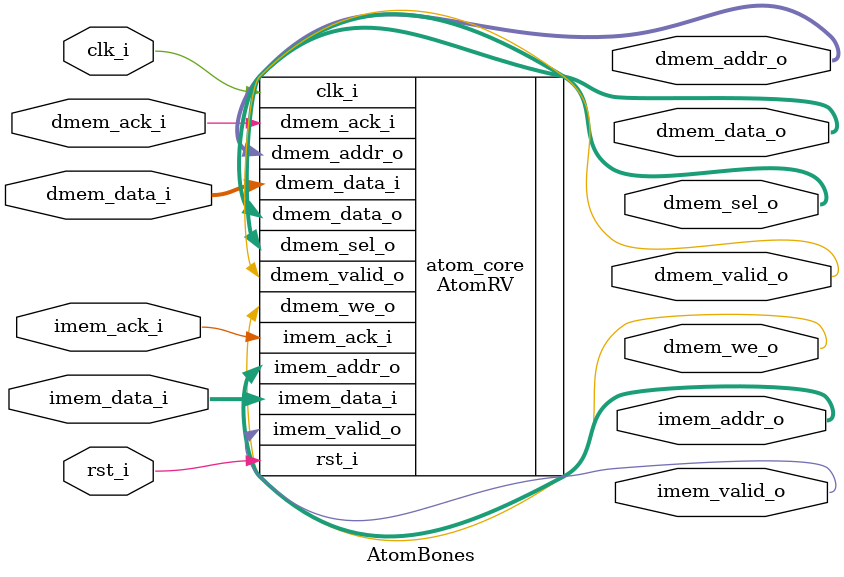
<source format=v>

`include "Timescale.vh"
`include "AtomBones_Config.vh"

`include "core/AtomRV.v"

`default_nettype none

 module AtomBones
(
    input   wire    clk_i,
    input   wire    rst_i,

    output  wire    [31:0]  imem_addr_o,    // IMEM Address
    input   wire    [31:0]  imem_data_i,    // IMEM data

    output  wire            imem_valid_o,   // IMEM Valid signal
    input   wire            imem_ack_i,     // IMEM Ack signal

    output  wire    [31:0]  dmem_addr_o,    // DMEM address
    input   wire    [31:0]  dmem_data_i,    // DMEM data in
    output  wire    [31:0]  dmem_data_o,    // DMEM data out
    output  wire    [3:0]   dmem_sel_o,     // DMEM Select
    output  wire            dmem_we_o,      // DMEM Strobe

    output  wire            dmem_valid_o,   // DMEM Valid signal
    input   wire            dmem_ack_i      // DMEM Ack signal
);

    // Core
    AtomRV atom_core
    (
        .clk_i          (clk_i),   
        .rst_i          (rst_i),   
        .imem_addr_o    (imem_addr_o),   
        .imem_data_i    (imem_data_i),   
        .imem_valid_o   (imem_valid_o),   
        .imem_ack_i     (imem_ack_i),   
        .dmem_addr_o    (dmem_addr_o),   
        .dmem_data_i    (dmem_data_i),   
        .dmem_data_o    (dmem_data_o),   
        .dmem_sel_o     (dmem_sel_o),   
        .dmem_we_o      (dmem_we_o),   
        .dmem_valid_o   (dmem_valid_o),   
        .dmem_ack_i     (dmem_ack_i)
    );

endmodule
</source>
